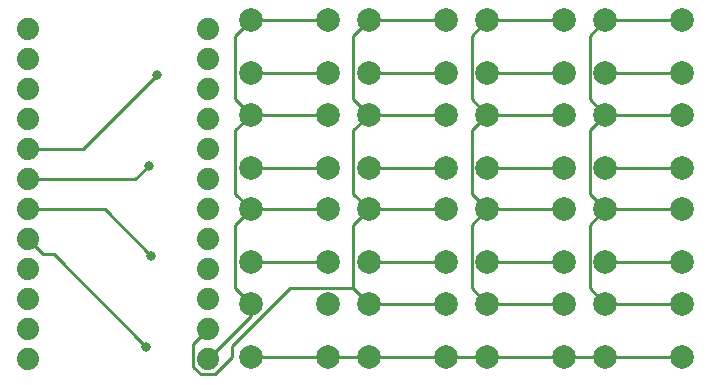
<source format=gbr>
G04 #@! TF.GenerationSoftware,KiCad,Pcbnew,(5.1.6)-1*
G04 #@! TF.CreationDate,2021-02-20T14:11:22-05:00*
G04 #@! TF.ProjectId,MacroKeyboard2,4d616372-6f4b-4657-9962-6f617264322e,rev?*
G04 #@! TF.SameCoordinates,Original*
G04 #@! TF.FileFunction,Copper,L1,Top*
G04 #@! TF.FilePolarity,Positive*
%FSLAX46Y46*%
G04 Gerber Fmt 4.6, Leading zero omitted, Abs format (unit mm)*
G04 Created by KiCad (PCBNEW (5.1.6)-1) date 2021-02-20 14:11:22*
%MOMM*%
%LPD*%
G01*
G04 APERTURE LIST*
G04 #@! TA.AperFunction,ComponentPad*
%ADD10C,1.879600*%
G04 #@! TD*
G04 #@! TA.AperFunction,ComponentPad*
%ADD11C,2.000000*%
G04 #@! TD*
G04 #@! TA.AperFunction,ViaPad*
%ADD12C,0.800000*%
G04 #@! TD*
G04 #@! TA.AperFunction,Conductor*
%ADD13C,0.250000*%
G04 #@! TD*
G04 APERTURE END LIST*
D10*
G04 #@! TO.P,B1,1*
G04 #@! TO.N,Net-(B1-Pad1)*
X81127600Y-32766000D03*
G04 #@! TO.P,B1,2*
G04 #@! TO.N,Net-(B1-Pad2)*
X81127600Y-35306000D03*
G04 #@! TO.P,B1,3*
G04 #@! TO.N,Net-(B1-Pad3)*
X81127600Y-37846000D03*
G04 #@! TO.P,B1,4*
G04 #@! TO.N,Net-(B1-Pad4)*
X81127600Y-40386000D03*
G04 #@! TO.P,B1,5*
G04 #@! TO.N,Net-(B1-Pad5)*
X81127600Y-42926000D03*
G04 #@! TO.P,B1,6*
G04 #@! TO.N,Net-(B1-Pad6)*
X81127600Y-45466000D03*
G04 #@! TO.P,B1,7*
G04 #@! TO.N,Net-(B1-Pad7)*
X81127600Y-48006000D03*
G04 #@! TO.P,B1,8*
G04 #@! TO.N,Net-(B1-Pad8)*
X81127600Y-50546000D03*
G04 #@! TO.P,B1,9*
G04 #@! TO.N,Net-(B1-Pad9)*
X81127600Y-53086000D03*
G04 #@! TO.P,B1,10*
G04 #@! TO.N,Net-(B1-Pad10)*
X81127600Y-55626000D03*
G04 #@! TO.P,B1,11*
G04 #@! TO.N,Net-(B1-Pad11)*
X81127600Y-58166000D03*
G04 #@! TO.P,B1,12*
G04 #@! TO.N,Net-(B1-Pad12)*
X81127600Y-60706000D03*
G04 #@! TO.P,B1,13*
G04 #@! TO.N,Net-(B1-Pad13)*
X96367600Y-60706000D03*
G04 #@! TO.P,B1,14*
G04 #@! TO.N,Net-(B1-Pad14)*
X96367600Y-58166000D03*
G04 #@! TO.P,B1,15*
G04 #@! TO.N,Net-(B1-Pad15)*
X96367600Y-55626000D03*
G04 #@! TO.P,B1,16*
G04 #@! TO.N,Net-(B1-Pad16)*
X96367600Y-53086000D03*
G04 #@! TO.P,B1,17*
G04 #@! TO.N,Net-(B1-Pad17)*
X96367600Y-50546000D03*
G04 #@! TO.P,B1,18*
G04 #@! TO.N,Net-(B1-Pad18)*
X96367600Y-48006000D03*
G04 #@! TO.P,B1,19*
G04 #@! TO.N,Net-(B1-Pad19)*
X96367600Y-45466000D03*
G04 #@! TO.P,B1,20*
G04 #@! TO.N,Net-(B1-Pad20)*
X96367600Y-42926000D03*
G04 #@! TO.P,B1,21*
G04 #@! TO.N,Net-(B1-Pad21)*
X96367600Y-40386000D03*
G04 #@! TO.P,B1,22*
G04 #@! TO.N,Net-(B1-Pad22)*
X96367600Y-37846000D03*
G04 #@! TO.P,B1,23*
G04 #@! TO.N,Net-(B1-Pad23)*
X96367600Y-35306000D03*
G04 #@! TO.P,B1,24*
G04 #@! TO.N,Net-(B1-Pad24)*
X96367600Y-32766000D03*
G04 #@! TD*
D11*
G04 #@! TO.P,SW1,1*
G04 #@! TO.N,Net-(B1-Pad13)*
X106500000Y-32000000D03*
G04 #@! TO.P,SW1,2*
G04 #@! TO.N,Net-(B1-Pad5)*
X106500000Y-36500000D03*
G04 #@! TO.P,SW1,1*
G04 #@! TO.N,Net-(B1-Pad13)*
X100000000Y-32000000D03*
G04 #@! TO.P,SW1,2*
G04 #@! TO.N,Net-(B1-Pad5)*
X100000000Y-36500000D03*
G04 #@! TD*
G04 #@! TO.P,SW2,2*
G04 #@! TO.N,Net-(B1-Pad5)*
X110000000Y-36500000D03*
G04 #@! TO.P,SW2,1*
G04 #@! TO.N,Net-(B1-Pad14)*
X110000000Y-32000000D03*
G04 #@! TO.P,SW2,2*
G04 #@! TO.N,Net-(B1-Pad5)*
X116500000Y-36500000D03*
G04 #@! TO.P,SW2,1*
G04 #@! TO.N,Net-(B1-Pad14)*
X116500000Y-32000000D03*
G04 #@! TD*
G04 #@! TO.P,SW3,2*
G04 #@! TO.N,Net-(B1-Pad5)*
X120000000Y-36500000D03*
G04 #@! TO.P,SW3,1*
G04 #@! TO.N,Net-(B1-Pad15)*
X120000000Y-32000000D03*
G04 #@! TO.P,SW3,2*
G04 #@! TO.N,Net-(B1-Pad5)*
X126500000Y-36500000D03*
G04 #@! TO.P,SW3,1*
G04 #@! TO.N,Net-(B1-Pad15)*
X126500000Y-32000000D03*
G04 #@! TD*
G04 #@! TO.P,SW4,2*
G04 #@! TO.N,Net-(B1-Pad5)*
X130000000Y-36500000D03*
G04 #@! TO.P,SW4,1*
G04 #@! TO.N,Net-(B1-Pad16)*
X130000000Y-32000000D03*
G04 #@! TO.P,SW4,2*
G04 #@! TO.N,Net-(B1-Pad5)*
X136500000Y-36500000D03*
G04 #@! TO.P,SW4,1*
G04 #@! TO.N,Net-(B1-Pad16)*
X136500000Y-32000000D03*
G04 #@! TD*
G04 #@! TO.P,SW5,2*
G04 #@! TO.N,Net-(B1-Pad6)*
X100000000Y-44500000D03*
G04 #@! TO.P,SW5,1*
G04 #@! TO.N,Net-(B1-Pad13)*
X100000000Y-40000000D03*
G04 #@! TO.P,SW5,2*
G04 #@! TO.N,Net-(B1-Pad6)*
X106500000Y-44500000D03*
G04 #@! TO.P,SW5,1*
G04 #@! TO.N,Net-(B1-Pad13)*
X106500000Y-40000000D03*
G04 #@! TD*
G04 #@! TO.P,SW6,1*
G04 #@! TO.N,Net-(B1-Pad14)*
X116500000Y-40000000D03*
G04 #@! TO.P,SW6,2*
G04 #@! TO.N,Net-(B1-Pad6)*
X116500000Y-44500000D03*
G04 #@! TO.P,SW6,1*
G04 #@! TO.N,Net-(B1-Pad14)*
X110000000Y-40000000D03*
G04 #@! TO.P,SW6,2*
G04 #@! TO.N,Net-(B1-Pad6)*
X110000000Y-44500000D03*
G04 #@! TD*
G04 #@! TO.P,SW7,1*
G04 #@! TO.N,Net-(B1-Pad15)*
X126500000Y-40000000D03*
G04 #@! TO.P,SW7,2*
G04 #@! TO.N,Net-(B1-Pad6)*
X126500000Y-44500000D03*
G04 #@! TO.P,SW7,1*
G04 #@! TO.N,Net-(B1-Pad15)*
X120000000Y-40000000D03*
G04 #@! TO.P,SW7,2*
G04 #@! TO.N,Net-(B1-Pad6)*
X120000000Y-44500000D03*
G04 #@! TD*
G04 #@! TO.P,SW8,1*
G04 #@! TO.N,Net-(B1-Pad16)*
X136500000Y-40000000D03*
G04 #@! TO.P,SW8,2*
G04 #@! TO.N,Net-(B1-Pad6)*
X136500000Y-44500000D03*
G04 #@! TO.P,SW8,1*
G04 #@! TO.N,Net-(B1-Pad16)*
X130000000Y-40000000D03*
G04 #@! TO.P,SW8,2*
G04 #@! TO.N,Net-(B1-Pad6)*
X130000000Y-44500000D03*
G04 #@! TD*
G04 #@! TO.P,SW9,1*
G04 #@! TO.N,Net-(B1-Pad13)*
X106500000Y-48000000D03*
G04 #@! TO.P,SW9,2*
G04 #@! TO.N,Net-(B1-Pad7)*
X106500000Y-52500000D03*
G04 #@! TO.P,SW9,1*
G04 #@! TO.N,Net-(B1-Pad13)*
X100000000Y-48000000D03*
G04 #@! TO.P,SW9,2*
G04 #@! TO.N,Net-(B1-Pad7)*
X100000000Y-52500000D03*
G04 #@! TD*
G04 #@! TO.P,SW10,2*
G04 #@! TO.N,Net-(B1-Pad7)*
X110000000Y-52500000D03*
G04 #@! TO.P,SW10,1*
G04 #@! TO.N,Net-(B1-Pad14)*
X110000000Y-48000000D03*
G04 #@! TO.P,SW10,2*
G04 #@! TO.N,Net-(B1-Pad7)*
X116500000Y-52500000D03*
G04 #@! TO.P,SW10,1*
G04 #@! TO.N,Net-(B1-Pad14)*
X116500000Y-48000000D03*
G04 #@! TD*
G04 #@! TO.P,SW11,1*
G04 #@! TO.N,Net-(B1-Pad15)*
X126500000Y-48000000D03*
G04 #@! TO.P,SW11,2*
G04 #@! TO.N,Net-(B1-Pad7)*
X126500000Y-52500000D03*
G04 #@! TO.P,SW11,1*
G04 #@! TO.N,Net-(B1-Pad15)*
X120000000Y-48000000D03*
G04 #@! TO.P,SW11,2*
G04 #@! TO.N,Net-(B1-Pad7)*
X120000000Y-52500000D03*
G04 #@! TD*
G04 #@! TO.P,SW12,2*
G04 #@! TO.N,Net-(B1-Pad7)*
X130000000Y-52500000D03*
G04 #@! TO.P,SW12,1*
G04 #@! TO.N,Net-(B1-Pad16)*
X130000000Y-48000000D03*
G04 #@! TO.P,SW12,2*
G04 #@! TO.N,Net-(B1-Pad7)*
X136500000Y-52500000D03*
G04 #@! TO.P,SW12,1*
G04 #@! TO.N,Net-(B1-Pad16)*
X136500000Y-48000000D03*
G04 #@! TD*
G04 #@! TO.P,SW13,2*
G04 #@! TO.N,Net-(B1-Pad8)*
X100000000Y-60500000D03*
G04 #@! TO.P,SW13,1*
G04 #@! TO.N,Net-(B1-Pad13)*
X100000000Y-56000000D03*
G04 #@! TO.P,SW13,2*
G04 #@! TO.N,Net-(B1-Pad8)*
X106500000Y-60500000D03*
G04 #@! TO.P,SW13,1*
G04 #@! TO.N,Net-(B1-Pad13)*
X106500000Y-56000000D03*
G04 #@! TD*
G04 #@! TO.P,SW14,1*
G04 #@! TO.N,Net-(B1-Pad14)*
X116500000Y-56000000D03*
G04 #@! TO.P,SW14,2*
G04 #@! TO.N,Net-(B1-Pad8)*
X116500000Y-60500000D03*
G04 #@! TO.P,SW14,1*
G04 #@! TO.N,Net-(B1-Pad14)*
X110000000Y-56000000D03*
G04 #@! TO.P,SW14,2*
G04 #@! TO.N,Net-(B1-Pad8)*
X110000000Y-60500000D03*
G04 #@! TD*
G04 #@! TO.P,SW15,2*
G04 #@! TO.N,Net-(B1-Pad8)*
X120000000Y-60500000D03*
G04 #@! TO.P,SW15,1*
G04 #@! TO.N,Net-(B1-Pad15)*
X120000000Y-56000000D03*
G04 #@! TO.P,SW15,2*
G04 #@! TO.N,Net-(B1-Pad8)*
X126500000Y-60500000D03*
G04 #@! TO.P,SW15,1*
G04 #@! TO.N,Net-(B1-Pad15)*
X126500000Y-56000000D03*
G04 #@! TD*
G04 #@! TO.P,SW16,1*
G04 #@! TO.N,Net-(B1-Pad16)*
X136500000Y-56000000D03*
G04 #@! TO.P,SW16,2*
G04 #@! TO.N,Net-(B1-Pad8)*
X136500000Y-60500000D03*
G04 #@! TO.P,SW16,1*
G04 #@! TO.N,Net-(B1-Pad16)*
X130000000Y-56000000D03*
G04 #@! TO.P,SW16,2*
G04 #@! TO.N,Net-(B1-Pad8)*
X130000000Y-60500000D03*
G04 #@! TD*
D12*
G04 #@! TO.N,Net-(B1-Pad5)*
X92049600Y-36626800D03*
G04 #@! TO.N,Net-(B1-Pad6)*
X91389200Y-44297600D03*
G04 #@! TO.N,Net-(B1-Pad7)*
X91541600Y-51917600D03*
G04 #@! TO.N,Net-(B1-Pad8)*
X91135200Y-59639200D03*
G04 #@! TD*
D13*
G04 #@! TO.N,Net-(B1-Pad5)*
X136500000Y-36500000D02*
X130000000Y-36500000D01*
X126500000Y-36500000D02*
X120000000Y-36500000D01*
X116500000Y-36500000D02*
X110000000Y-36500000D01*
X106500000Y-36500000D02*
X100000000Y-36500000D01*
X85750400Y-42926000D02*
X81127600Y-42926000D01*
X92049600Y-36626800D02*
X85750400Y-42926000D01*
G04 #@! TO.N,Net-(B1-Pad6)*
X100000000Y-44500000D02*
X106500000Y-44500000D01*
X90220800Y-45466000D02*
X81127600Y-45466000D01*
X91389200Y-44297600D02*
X90220800Y-45466000D01*
X110000000Y-44500000D02*
X116500000Y-44500000D01*
X120000000Y-44500000D02*
X126500000Y-44500000D01*
X130000000Y-44500000D02*
X136500000Y-44500000D01*
G04 #@! TO.N,Net-(B1-Pad7)*
X100000000Y-52500000D02*
X106500000Y-52500000D01*
X87630000Y-48006000D02*
X81127600Y-48006000D01*
X91541600Y-51917600D02*
X87630000Y-48006000D01*
X120000000Y-52500000D02*
X126500000Y-52500000D01*
X130000000Y-52500000D02*
X136500000Y-52500000D01*
X116500000Y-52500000D02*
X110000000Y-52500000D01*
G04 #@! TO.N,Net-(B1-Pad8)*
X82402799Y-51821199D02*
X81127600Y-50546000D01*
X83317199Y-51821199D02*
X82402799Y-51821199D01*
X91135200Y-59639200D02*
X83317199Y-51821199D01*
X100000000Y-60500000D02*
X106500000Y-60500000D01*
X106500000Y-60500000D02*
X110000000Y-60500000D01*
X110000000Y-60500000D02*
X116500000Y-60500000D01*
X116500000Y-60500000D02*
X120000000Y-60500000D01*
X120000000Y-60500000D02*
X126500000Y-60500000D01*
X126500000Y-60500000D02*
X130000000Y-60500000D01*
X130000000Y-60500000D02*
X136500000Y-60500000D01*
G04 #@! TO.N,Net-(B1-Pad13)*
X98674999Y-38674999D02*
X100000000Y-40000000D01*
X98674999Y-33325001D02*
X98674999Y-38674999D01*
X100000000Y-32000000D02*
X98674999Y-33325001D01*
X98674999Y-41325001D02*
X98674999Y-46674999D01*
X98674999Y-46674999D02*
X100000000Y-48000000D01*
X100000000Y-40000000D02*
X98674999Y-41325001D01*
X98674999Y-54674999D02*
X100000000Y-56000000D01*
X98674999Y-49325001D02*
X98674999Y-54674999D01*
X100000000Y-48000000D02*
X98674999Y-49325001D01*
X100000000Y-57073600D02*
X96367600Y-60706000D01*
X100000000Y-56000000D02*
X100000000Y-57073600D01*
X100000000Y-40000000D02*
X106500000Y-40000000D01*
X100000000Y-32000000D02*
X106500000Y-32000000D01*
X100000000Y-48000000D02*
X106500000Y-48000000D01*
G04 #@! TO.N,Net-(B1-Pad14)*
X108674999Y-33325001D02*
X108674999Y-38674999D01*
X108674999Y-38674999D02*
X110000000Y-40000000D01*
X110000000Y-32000000D02*
X108674999Y-33325001D01*
X108674999Y-46674999D02*
X110000000Y-48000000D01*
X108674999Y-41325001D02*
X108674999Y-46674999D01*
X110000000Y-40000000D02*
X108674999Y-41325001D01*
X108674999Y-49325001D02*
X108674999Y-54674999D01*
X110000000Y-48000000D02*
X108674999Y-49325001D01*
X95102799Y-59430801D02*
X96367600Y-58166000D01*
X95102799Y-61313105D02*
X95102799Y-59430801D01*
X95760495Y-61970801D02*
X95102799Y-61313105D01*
X98423402Y-60522104D02*
X96974705Y-61970801D01*
X96974705Y-61970801D02*
X95760495Y-61970801D01*
X98423402Y-59537600D02*
X98423402Y-60522104D01*
X103286003Y-54674999D02*
X98423402Y-59537600D01*
X108674999Y-54674999D02*
X103286003Y-54674999D01*
X110000000Y-56000000D02*
X108674999Y-54674999D01*
X110000000Y-32000000D02*
X116500000Y-32000000D01*
X110000000Y-40000000D02*
X116500000Y-40000000D01*
X110000000Y-48000000D02*
X116500000Y-48000000D01*
X110000000Y-56000000D02*
X116500000Y-56000000D01*
G04 #@! TO.N,Net-(B1-Pad15)*
X118674999Y-38674999D02*
X120000000Y-40000000D01*
X118674999Y-33325001D02*
X118674999Y-38674999D01*
X120000000Y-32000000D02*
X118674999Y-33325001D01*
X118674999Y-46674999D02*
X120000000Y-48000000D01*
X118674999Y-41325001D02*
X118674999Y-46674999D01*
X120000000Y-40000000D02*
X118674999Y-41325001D01*
X118674999Y-49325001D02*
X118674999Y-54674999D01*
X118674999Y-54674999D02*
X120000000Y-56000000D01*
X120000000Y-48000000D02*
X118674999Y-49325001D01*
X120000000Y-32000000D02*
X126500000Y-32000000D01*
X120000000Y-40000000D02*
X126500000Y-40000000D01*
X120000000Y-48000000D02*
X126500000Y-48000000D01*
X120000000Y-56000000D02*
X126500000Y-56000000D01*
G04 #@! TO.N,Net-(B1-Pad16)*
X128674999Y-38674999D02*
X130000000Y-40000000D01*
X128674999Y-33325001D02*
X128674999Y-38674999D01*
X130000000Y-32000000D02*
X128674999Y-33325001D01*
X128674999Y-46674999D02*
X130000000Y-48000000D01*
X128674999Y-41325001D02*
X128674999Y-46674999D01*
X130000000Y-40000000D02*
X128674999Y-41325001D01*
X128674999Y-54674999D02*
X130000000Y-56000000D01*
X128674999Y-49325001D02*
X128674999Y-54674999D01*
X130000000Y-48000000D02*
X128674999Y-49325001D01*
X130000000Y-32000000D02*
X136500000Y-32000000D01*
X130000000Y-40000000D02*
X136500000Y-40000000D01*
X130000000Y-48000000D02*
X136500000Y-48000000D01*
X130000000Y-56000000D02*
X136500000Y-56000000D01*
G04 #@! TD*
M02*

</source>
